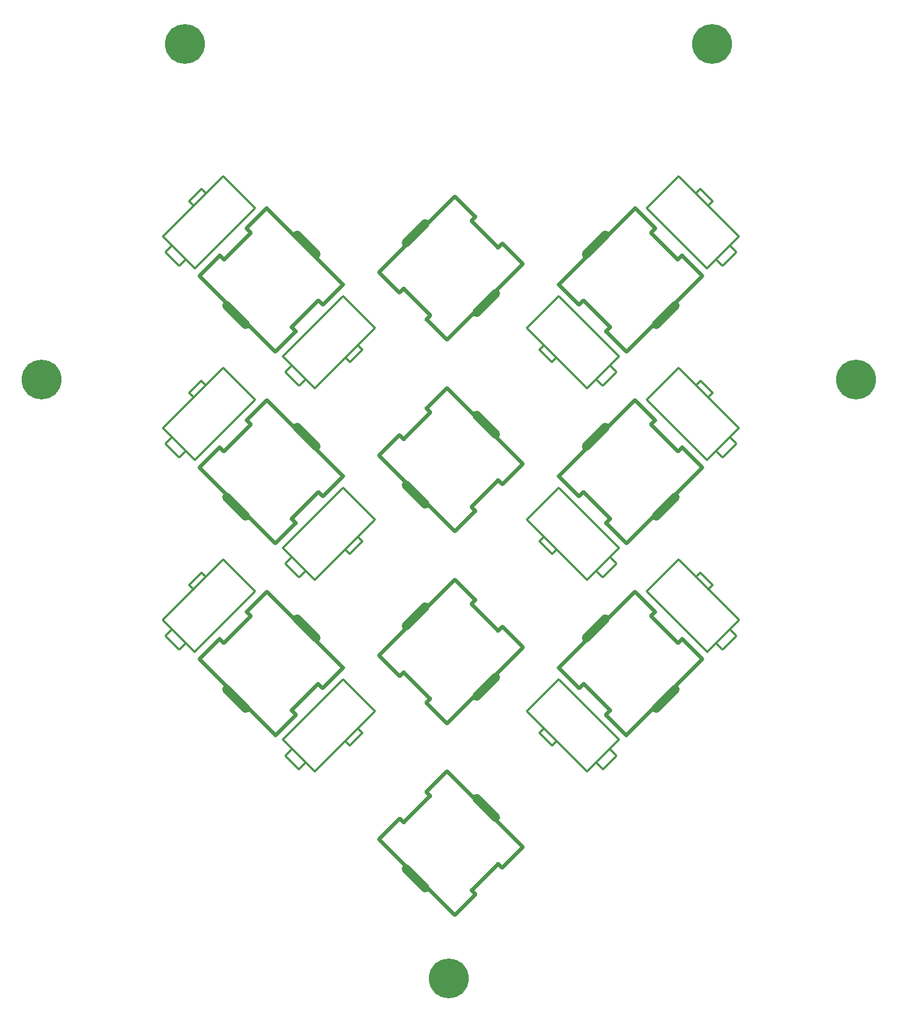
<source format=gbr>
%TF.GenerationSoftware,KiCad,Pcbnew,(6.0.1)*%
%TF.CreationDate,2022-02-09T22:26:24-05:00*%
%TF.ProjectId,herringbone_plate,68657272-696e-4676-926f-6e655f706c61,rev?*%
%TF.SameCoordinates,Original*%
%TF.FileFunction,Soldermask,Top*%
%TF.FilePolarity,Negative*%
%FSLAX46Y46*%
G04 Gerber Fmt 4.6, Leading zero omitted, Abs format (unit mm)*
G04 Created by KiCad (PCBNEW (6.0.1)) date 2022-02-09 22:26:24*
%MOMM*%
%LPD*%
G01*
G04 APERTURE LIST*
G04 Aperture macros list*
%AMHorizOval*
0 Thick line with rounded ends*
0 $1 width*
0 $2 $3 position (X,Y) of the first rounded end (center of the circle)*
0 $4 $5 position (X,Y) of the second rounded end (center of the circle)*
0 Add line between two ends*
20,1,$1,$2,$3,$4,$5,0*
0 Add two circle primitives to create the rounded ends*
1,1,$1,$2,$3*
1,1,$1,$4,$5*%
G04 Aperture macros list end*
%ADD10HorizOval,0.508000X0.291858X0.291858X-0.291858X-0.291858X0*%
%ADD11HorizOval,0.508000X-1.885854X1.885854X1.885854X-1.885854X0*%
%ADD12HorizOval,0.508000X-1.436841X1.436841X1.436841X-1.436841X0*%
%ADD13HorizOval,0.508000X5.334272X5.334272X-5.334272X-5.334272X0*%
%ADD14HorizOval,1.270000X1.347038X1.347038X-1.347038X-1.347038X0*%
%ADD15HorizOval,0.304800X2.245064X2.245064X-2.245064X-2.245064X0*%
%ADD16HorizOval,0.304800X0.969868X0.969868X-0.969868X-0.969868X0*%
%ADD17HorizOval,0.304800X-0.880065X0.880065X0.880065X-0.880065X0*%
%ADD18HorizOval,0.304800X-4.238681X4.238681X4.238681X-4.238681X0*%
%ADD19HorizOval,0.304800X0.305329X0.305329X-0.305329X-0.305329X0*%
%ADD20HorizOval,0.304800X-0.413092X0.413092X0.413092X-0.413092X0*%
%ADD21C,5.600000*%
%ADD22HorizOval,0.508000X5.334272X-5.334272X-5.334272X5.334272X0*%
%ADD23HorizOval,0.508000X-1.885854X-1.885854X1.885854X1.885854X0*%
%ADD24HorizOval,0.508000X0.291858X-0.291858X-0.291858X0.291858X0*%
%ADD25HorizOval,1.270000X1.347038X-1.347038X-1.347038X1.347038X0*%
%ADD26HorizOval,0.508000X-1.436841X-1.436841X1.436841X1.436841X0*%
%ADD27HorizOval,0.304800X2.245064X-2.245064X-2.245064X2.245064X0*%
%ADD28HorizOval,0.304800X-0.880065X-0.880065X0.880065X0.880065X0*%
%ADD29HorizOval,0.304800X-4.238681X-4.238681X4.238681X4.238681X0*%
%ADD30HorizOval,0.304800X-0.413092X-0.413092X0.413092X0.413092X0*%
%ADD31HorizOval,0.304800X0.305329X-0.305329X-0.305329X0.305329X0*%
%ADD32HorizOval,0.304800X0.969868X-0.969868X-0.969868X0.969868X0*%
%ADD33HorizOval,0.508000X-0.291858X-0.291858X0.291858X0.291858X0*%
%ADD34HorizOval,1.270000X-1.347038X-1.347038X1.347038X1.347038X0*%
%ADD35HorizOval,0.508000X-5.334272X-5.334272X5.334272X5.334272X0*%
%ADD36HorizOval,0.304800X-0.969868X-0.969868X0.969868X0.969868X0*%
%ADD37HorizOval,0.304800X-2.245064X-2.245064X2.245064X2.245064X0*%
%ADD38HorizOval,0.304800X-0.305329X-0.305329X0.305329X0.305329X0*%
%ADD39HorizOval,0.304800X0.880065X0.880065X-0.880065X-0.880065X0*%
%ADD40HorizOval,0.304800X0.413092X0.413092X-0.413092X-0.413092X0*%
%ADD41HorizOval,0.304800X-0.969868X0.969868X0.969868X-0.969868X0*%
%ADD42HorizOval,0.304800X4.238681X4.238681X-4.238681X-4.238681X0*%
%ADD43HorizOval,0.304800X-0.305329X0.305329X0.305329X-0.305329X0*%
%ADD44HorizOval,0.304800X-2.245064X2.245064X2.245064X-2.245064X0*%
G04 APERTURE END LIST*
D10*
%TO.C,REF\u002A\u002A*%
X173166625Y-65587379D03*
D11*
X161469841Y-73512455D03*
D10*
X159292129Y-71918459D03*
D12*
X168249935Y-60086972D03*
D13*
X170988913Y-73512455D03*
D10*
X169394917Y-61815671D03*
D12*
X157563430Y-70773477D03*
X164208819Y-77418866D03*
D14*
X161290236Y-63813778D03*
D11*
X170988913Y-63993383D03*
D13*
X161469841Y-63993383D03*
D14*
X171168518Y-73692060D03*
D12*
X174895324Y-66732361D03*
D10*
X163063837Y-75690167D03*
%TD*%
D15*
%TO.C,REF\u002A\u002A*%
X162372356Y-81733799D03*
D16*
X163306303Y-82667746D03*
D17*
X154326047Y-79398933D03*
D18*
X155888611Y-79740182D03*
X160378739Y-75250054D03*
D15*
X153894994Y-73256437D03*
D19*
X153751310Y-78213539D03*
D20*
X161869462Y-83170640D03*
D19*
X155511440Y-79973669D03*
D20*
X163809197Y-81230905D03*
%TD*%
D21*
%TO.C,REF\u002A\u002A*%
X177692020Y-35605100D03*
%TD*%
%TO.C,REF\u002A\u002A*%
X103604907Y-35605100D03*
%TD*%
D22*
%TO.C,REF\u002A\u002A*%
X110955899Y-73512375D03*
D23*
X110955899Y-63993303D03*
D24*
X112549895Y-61815591D03*
D25*
X120654576Y-63813698D03*
D26*
X124381382Y-70773397D03*
X107049488Y-66732281D03*
D24*
X122652683Y-71918379D03*
D23*
X120474971Y-73512375D03*
D26*
X113694877Y-60086892D03*
D24*
X108778187Y-65587299D03*
D22*
X120474971Y-63993303D03*
D25*
X110776294Y-73691980D03*
D24*
X118880975Y-75690087D03*
D26*
X117735993Y-77418786D03*
%TD*%
D10*
%TO.C,REF\u002A\u002A*%
X173166624Y-92528067D03*
D12*
X164208818Y-104359554D03*
D14*
X171168517Y-100632748D03*
D10*
X169394916Y-88756359D03*
D11*
X161469840Y-100453143D03*
D13*
X170988912Y-100453143D03*
D10*
X163063836Y-102630855D03*
D12*
X174895323Y-93673049D03*
D14*
X161290235Y-90754466D03*
D11*
X170988912Y-90934071D03*
D12*
X157563429Y-97714165D03*
D10*
X159292128Y-98859147D03*
D13*
X161469840Y-90934071D03*
D12*
X168249934Y-87027660D03*
%TD*%
D23*
%TO.C,REF\u002A\u002A*%
X136212830Y-143131850D03*
D26*
X149638313Y-149911944D03*
D25*
X136033225Y-152830527D03*
D26*
X142992924Y-156557333D03*
D24*
X137806826Y-140954138D03*
D26*
X132306419Y-145870828D03*
D22*
X145731902Y-143131850D03*
X136212830Y-152650922D03*
D25*
X145911507Y-142952245D03*
D24*
X147909614Y-151056926D03*
D26*
X138951808Y-139225439D03*
D23*
X145731902Y-152650922D03*
D24*
X144137906Y-154828634D03*
X134035118Y-144725846D03*
%TD*%
D26*
%TO.C,REF\u002A\u002A*%
X132306419Y-91989291D03*
X149638313Y-96030407D03*
D22*
X145731902Y-89250313D03*
D23*
X136212830Y-89250313D03*
D25*
X145911507Y-89070708D03*
D24*
X137806826Y-87072601D03*
D25*
X136033225Y-98948990D03*
D24*
X134035118Y-90844309D03*
D26*
X142992924Y-102675796D03*
D23*
X145731902Y-98769385D03*
D22*
X136212830Y-98769385D03*
D24*
X144137906Y-100947097D03*
X147909614Y-97175389D03*
D26*
X138951808Y-85343902D03*
%TD*%
D11*
%TO.C,REF\u002A\u002A*%
X170988872Y-117874879D03*
D10*
X163063796Y-129571663D03*
D12*
X174895283Y-120613857D03*
D14*
X171168477Y-127573556D03*
D12*
X164208778Y-131300362D03*
D11*
X161469800Y-127393951D03*
D13*
X170988872Y-127393951D03*
D10*
X169394876Y-115697167D03*
D14*
X161290195Y-117695274D03*
D12*
X157563389Y-124654973D03*
D10*
X159292088Y-125799955D03*
D13*
X161469800Y-117874879D03*
D10*
X173166584Y-119468875D03*
D12*
X168249894Y-113968468D03*
%TD*%
D23*
%TO.C,REF\u002A\u002A*%
X110955818Y-117874920D03*
D24*
X122652602Y-125799996D03*
D23*
X120474890Y-127393992D03*
D24*
X118880894Y-129571704D03*
D26*
X117735912Y-131300403D03*
X124381301Y-124655014D03*
X107049407Y-120613898D03*
D22*
X110955818Y-127393992D03*
D25*
X110776213Y-127573597D03*
X120654495Y-117695315D03*
D26*
X113694796Y-113968509D03*
D22*
X120474890Y-117874920D03*
D24*
X112549814Y-115697208D03*
X108778106Y-119468916D03*
%TD*%
D21*
%TO.C,REF\u002A\u002A*%
X140648463Y-166941345D03*
%TD*%
D18*
%TO.C,REF\u002A\u002A*%
X155888611Y-106680950D03*
D15*
X162372356Y-108674567D03*
D19*
X153751310Y-105154307D03*
X155511440Y-106914437D03*
D20*
X161869462Y-110111408D03*
D17*
X154326047Y-106339701D03*
D18*
X160378739Y-102190822D03*
D16*
X163306303Y-109608514D03*
D20*
X163809197Y-108171673D03*
D15*
X153894994Y-100197205D03*
%TD*%
D21*
%TO.C,REF\u002A\u002A*%
X83399331Y-82751444D03*
%TD*%
D27*
%TO.C,REF\u002A\u002A*%
X111211837Y-83359225D03*
D28*
X105069341Y-83790278D03*
D29*
X104728092Y-85352842D03*
D30*
X101297634Y-91333693D03*
D31*
X106254735Y-83215541D03*
D29*
X109218220Y-89842970D03*
D27*
X102734475Y-91836587D03*
D31*
X104494605Y-84975671D03*
D30*
X103237369Y-93273428D03*
D32*
X101800528Y-92770534D03*
%TD*%
D11*
%TO.C,REF\u002A\u002A*%
X145731902Y-116191081D03*
D33*
X144137906Y-114013369D03*
D12*
X149638313Y-118930059D03*
D34*
X136033225Y-116011476D03*
D33*
X137806826Y-127887865D03*
D35*
X136212830Y-116191081D03*
D11*
X136212830Y-125710153D03*
D34*
X145911507Y-125889758D03*
D35*
X145731902Y-125710153D03*
D12*
X142992924Y-112284670D03*
D33*
X134035118Y-124116157D03*
D12*
X138951808Y-129616564D03*
D33*
X147909614Y-117785077D03*
D12*
X132306419Y-122971175D03*
%TD*%
D30*
%TO.C,REF\u002A\u002A*%
X101297634Y-118274461D03*
D29*
X104728092Y-112293610D03*
D31*
X104494605Y-111916439D03*
D28*
X105069341Y-110731046D03*
D27*
X111211837Y-110299993D03*
D29*
X109218220Y-116783738D03*
D30*
X103237369Y-120214196D03*
D27*
X102734475Y-118777355D03*
D31*
X106254735Y-110156309D03*
D32*
X101800528Y-119711302D03*
%TD*%
D31*
%TO.C,REF\u002A\u002A*%
X106254735Y-56274773D03*
X104494605Y-58034903D03*
D29*
X104728092Y-58412074D03*
D28*
X105069341Y-56849510D03*
D29*
X109218220Y-62902202D03*
D27*
X102734475Y-64895819D03*
D30*
X103237369Y-66332660D03*
X101297634Y-64392925D03*
D27*
X111211837Y-56418457D03*
D32*
X101800528Y-65829766D03*
%TD*%
D25*
%TO.C,REF\u002A\u002A*%
X110776213Y-100632829D03*
D26*
X113694796Y-87027741D03*
X107049407Y-93673130D03*
X124381301Y-97714246D03*
D23*
X110955818Y-90934152D03*
D24*
X108778106Y-92528148D03*
D22*
X120474890Y-90934152D03*
D24*
X122652602Y-98859228D03*
D22*
X110955818Y-100453224D03*
D25*
X120654495Y-90754547D03*
D23*
X120474890Y-100453224D03*
D26*
X117735912Y-104359635D03*
D24*
X112549814Y-88756440D03*
X118880894Y-102630936D03*
%TD*%
D10*
%TO.C,REF\u002A\u002A*%
X147909614Y-63903540D03*
D12*
X149638313Y-65048522D03*
D10*
X137806826Y-74006328D03*
D14*
X145911507Y-72008221D03*
D12*
X142992924Y-58403133D03*
D10*
X144137906Y-60131832D03*
D14*
X136033225Y-62129939D03*
D11*
X145731902Y-62309544D03*
X136212830Y-71828616D03*
D13*
X136212830Y-62309544D03*
X145731902Y-71828616D03*
D10*
X134035118Y-70234620D03*
D12*
X138951808Y-75735027D03*
X132306419Y-69089638D03*
%TD*%
D21*
%TO.C,REF\u002A\u002A*%
X197897596Y-82751444D03*
%TD*%
D20*
%TO.C,REF\u002A\u002A*%
X161869462Y-137052177D03*
D16*
X163306303Y-136549283D03*
D15*
X162372356Y-135615336D03*
D19*
X153751310Y-132095076D03*
D20*
X163809197Y-135112442D03*
D17*
X154326047Y-133280470D03*
D19*
X155511440Y-133855206D03*
D18*
X160378739Y-129131591D03*
X155888611Y-133621719D03*
D15*
X153894994Y-127137974D03*
%TD*%
D20*
%TO.C,REF\u002A\u002A*%
X180647177Y-91333693D03*
D17*
X176875470Y-83790278D03*
D36*
X180144283Y-92770534D03*
D37*
X179210336Y-91836587D03*
D18*
X172726591Y-89842970D03*
D20*
X178707442Y-93273428D03*
D38*
X177450206Y-84975671D03*
D37*
X170732974Y-83359225D03*
D38*
X175690076Y-83215541D03*
D18*
X177216719Y-85352842D03*
%TD*%
D39*
%TO.C,REF\u002A\u002A*%
X127618764Y-133280470D03*
D40*
X118135614Y-135112442D03*
D41*
X118638508Y-136549283D03*
D42*
X121566072Y-129131591D03*
D40*
X120075349Y-137052177D03*
D43*
X128193501Y-132095076D03*
X126433371Y-133855206D03*
D44*
X119572455Y-135615336D03*
X128049817Y-127137974D03*
D42*
X126056200Y-133621719D03*
%TD*%
D41*
%TO.C,REF\u002A\u002A*%
X118638508Y-82667746D03*
D42*
X121566072Y-75250054D03*
X126056200Y-79740182D03*
D40*
X118135614Y-81230905D03*
D43*
X128193501Y-78213539D03*
X126433371Y-79973669D03*
D44*
X119572455Y-81733799D03*
X128049817Y-73256437D03*
D40*
X120075349Y-83170640D03*
D39*
X127618764Y-79398933D03*
%TD*%
D42*
%TO.C,REF\u002A\u002A*%
X126056200Y-106680950D03*
D43*
X126433371Y-106914437D03*
D42*
X121566072Y-102190822D03*
D44*
X128049817Y-100197205D03*
X119572455Y-108674567D03*
D40*
X120075349Y-110111408D03*
D43*
X128193501Y-105154307D03*
D39*
X127618764Y-106339701D03*
D41*
X118638508Y-109608514D03*
D40*
X118135614Y-108171673D03*
%TD*%
D36*
%TO.C,REF\u002A\u002A*%
X180144283Y-65829766D03*
D37*
X179210336Y-64895819D03*
X170732974Y-56418457D03*
D18*
X177216719Y-58412074D03*
D38*
X175690076Y-56274773D03*
D20*
X178707442Y-66332660D03*
D38*
X177450206Y-58034903D03*
D18*
X172726591Y-62902202D03*
D17*
X176875470Y-56849510D03*
D20*
X180647177Y-64392925D03*
%TD*%
D36*
%TO.C,REF\u002A\u002A*%
X180144283Y-119711302D03*
D18*
X172726591Y-116783738D03*
D20*
X178707442Y-120214196D03*
D38*
X175690076Y-110156309D03*
D37*
X179210336Y-118777355D03*
D18*
X177216719Y-112293610D03*
D37*
X170732974Y-110299993D03*
D38*
X177450206Y-111916439D03*
D20*
X180647177Y-118274461D03*
D17*
X176875470Y-110731046D03*
%TD*%
M02*

</source>
